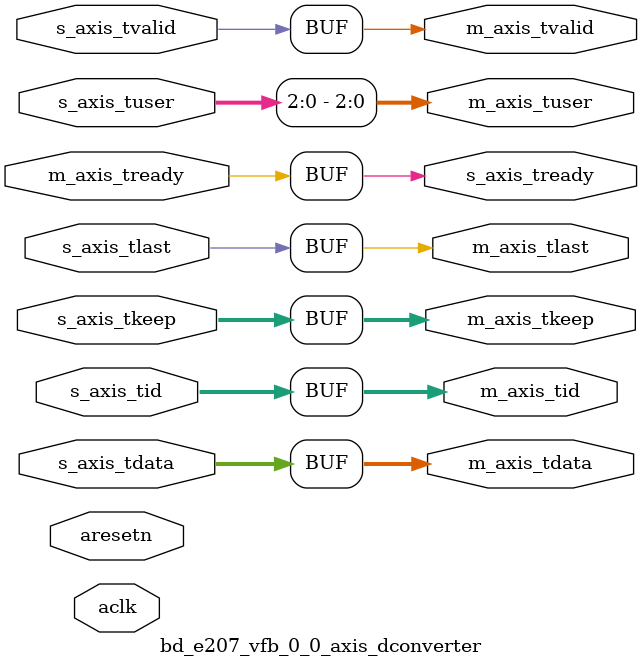
<source format=v>
`timescale 1ps/1ps
module bd_e207_vfb_0_0_axis_dconverter (
  input aclk,
  input aresetn,
  input s_axis_tvalid,
  output s_axis_tready,
  input [64-1:0] s_axis_tdata,
  input [8-1:0] s_axis_tkeep,
  input [32-1:0]  s_axis_tid,
  input [24-1:0] s_axis_tuser,
  input s_axis_tlast,
  output m_axis_tvalid,
  input m_axis_tready,
  output [64-1:0] m_axis_tdata,
  output [8-1:0] m_axis_tkeep,
  output [32-1:0]  m_axis_tid,
  output [3-1:0] m_axis_tuser,
  output m_axis_tlast
);
  assign m_axis_tvalid = s_axis_tvalid;
  assign m_axis_tdata  = s_axis_tdata ;
  assign m_axis_tkeep  = s_axis_tkeep ;
  assign m_axis_tid    = s_axis_tid   ;
  assign m_axis_tuser  = s_axis_tuser ;
  assign m_axis_tlast  = s_axis_tlast ;
  assign s_axis_tready = m_axis_tready;

endmodule

</source>
